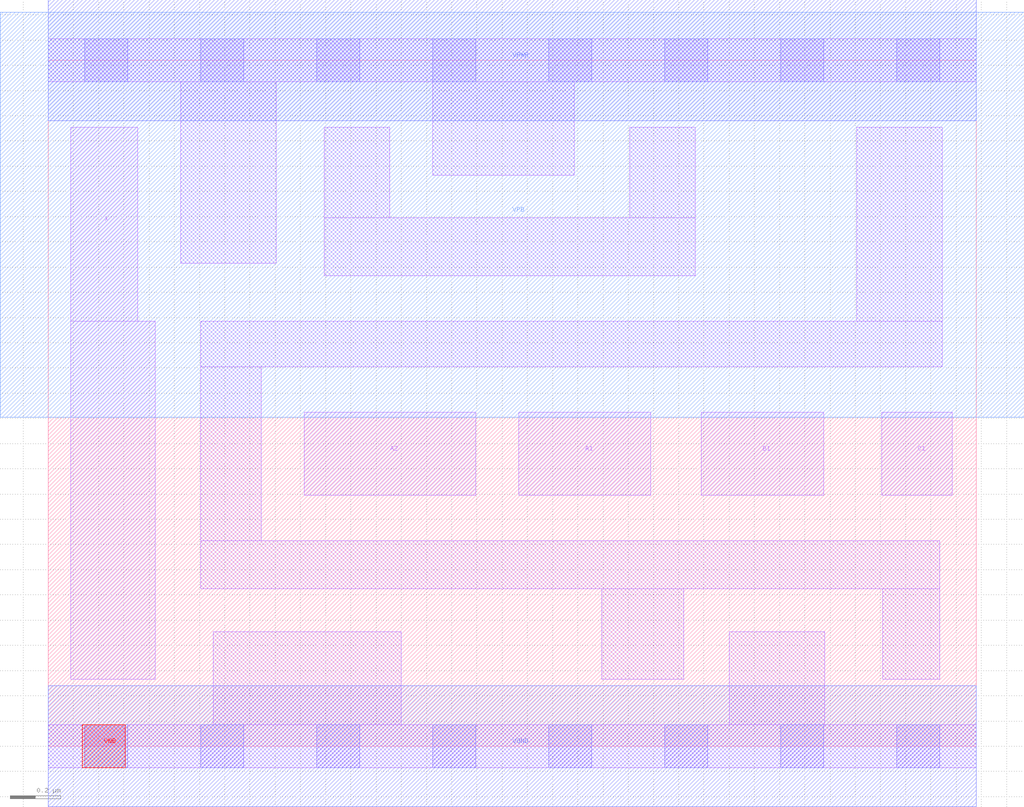
<source format=lef>
# Copyright 2020 The SkyWater PDK Authors
#
# Licensed under the Apache License, Version 2.0 (the "License");
# you may not use this file except in compliance with the License.
# You may obtain a copy of the License at
#
#     https://www.apache.org/licenses/LICENSE-2.0
#
# Unless required by applicable law or agreed to in writing, software
# distributed under the License is distributed on an "AS IS" BASIS,
# WITHOUT WARRANTIES OR CONDITIONS OF ANY KIND, either express or implied.
# See the License for the specific language governing permissions and
# limitations under the License.
#
# SPDX-License-Identifier: Apache-2.0

VERSION 5.7 ;
  NOWIREEXTENSIONATPIN ON ;
  DIVIDERCHAR "/" ;
  BUSBITCHARS "[]" ;
PROPERTYDEFINITIONS
  MACRO maskLayoutSubType STRING ;
  MACRO prCellType STRING ;
  MACRO originalViewName STRING ;
END PROPERTYDEFINITIONS
MACRO sky130_fd_sc_hdll__a211o_1
  CLASS CORE ;
  FOREIGN sky130_fd_sc_hdll__a211o_1 ;
  ORIGIN  0.000000  0.000000 ;
  SIZE  3.680000 BY  2.720000 ;
  SYMMETRY X Y R90 ;
  SITE unithd ;
  PIN A1
    ANTENNAGATEAREA  0.277500 ;
    DIRECTION INPUT ;
    USE SIGNAL ;
    PORT
      LAYER li1 ;
        RECT 1.865000 0.995000 2.390000 1.325000 ;
    END
  END A1
  PIN A2
    ANTENNAGATEAREA  0.277500 ;
    DIRECTION INPUT ;
    USE SIGNAL ;
    PORT
      LAYER li1 ;
        RECT 1.015000 0.995000 1.695000 1.325000 ;
    END
  END A2
  PIN B1
    ANTENNAGATEAREA  0.277500 ;
    DIRECTION INPUT ;
    USE SIGNAL ;
    PORT
      LAYER li1 ;
        RECT 2.590000 0.995000 3.075000 1.325000 ;
    END
  END B1
  PIN C1
    ANTENNAGATEAREA  0.277500 ;
    DIRECTION INPUT ;
    USE SIGNAL ;
    PORT
      LAYER li1 ;
        RECT 3.305000 0.995000 3.585000 1.325000 ;
    END
  END C1
  PIN X
    ANTENNADIFFAREA  0.447250 ;
    DIRECTION OUTPUT ;
    USE SIGNAL ;
    PORT
      LAYER li1 ;
        RECT 0.090000 0.265000 0.425000 1.685000 ;
        RECT 0.090000 1.685000 0.355000 2.455000 ;
    END
  END X
  PIN VGND
    DIRECTION INOUT ;
    USE GROUND ;
    PORT
      LAYER met1 ;
        RECT 0.000000 -0.240000 3.680000 0.240000 ;
    END
  END VGND
  PIN VNB
    DIRECTION INOUT ;
    USE GROUND ;
    PORT
      LAYER pwell ;
        RECT 0.135000 -0.085000 0.305000 0.085000 ;
    END
  END VNB
  PIN VPB
    DIRECTION INOUT ;
    USE POWER ;
    PORT
      LAYER nwell ;
        RECT -0.190000 1.305000 3.870000 2.910000 ;
    END
  END VPB
  PIN VPWR
    DIRECTION INOUT ;
    USE POWER ;
    PORT
      LAYER met1 ;
        RECT 0.000000 2.480000 3.680000 2.960000 ;
    END
  END VPWR
  OBS
    LAYER li1 ;
      RECT 0.000000 -0.085000 3.680000 0.085000 ;
      RECT 0.000000  2.635000 3.680000 2.805000 ;
      RECT 0.525000  1.915000 0.905000 2.635000 ;
      RECT 0.605000  0.625000 3.535000 0.815000 ;
      RECT 0.605000  0.815000 0.845000 1.505000 ;
      RECT 0.605000  1.505000 3.545000 1.685000 ;
      RECT 0.655000  0.085000 1.400000 0.455000 ;
      RECT 1.095000  1.865000 2.565000 2.095000 ;
      RECT 1.095000  2.095000 1.355000 2.455000 ;
      RECT 1.525000  2.265000 2.085000 2.635000 ;
      RECT 2.195000  0.265000 2.520000 0.625000 ;
      RECT 2.305000  2.095000 2.565000 2.455000 ;
      RECT 2.700000  0.085000 3.080000 0.455000 ;
      RECT 3.205000  1.685000 3.545000 2.455000 ;
      RECT 3.310000  0.265000 3.535000 0.625000 ;
    LAYER mcon ;
      RECT 0.145000 -0.085000 0.315000 0.085000 ;
      RECT 0.145000  2.635000 0.315000 2.805000 ;
      RECT 0.605000 -0.085000 0.775000 0.085000 ;
      RECT 0.605000  2.635000 0.775000 2.805000 ;
      RECT 1.065000 -0.085000 1.235000 0.085000 ;
      RECT 1.065000  2.635000 1.235000 2.805000 ;
      RECT 1.525000 -0.085000 1.695000 0.085000 ;
      RECT 1.525000  2.635000 1.695000 2.805000 ;
      RECT 1.985000 -0.085000 2.155000 0.085000 ;
      RECT 1.985000  2.635000 2.155000 2.805000 ;
      RECT 2.445000 -0.085000 2.615000 0.085000 ;
      RECT 2.445000  2.635000 2.615000 2.805000 ;
      RECT 2.905000 -0.085000 3.075000 0.085000 ;
      RECT 2.905000  2.635000 3.075000 2.805000 ;
      RECT 3.365000 -0.085000 3.535000 0.085000 ;
      RECT 3.365000  2.635000 3.535000 2.805000 ;
  END
  PROPERTY maskLayoutSubType "abstract" ;
  PROPERTY prCellType "standard" ;
  PROPERTY originalViewName "layout" ;
END sky130_fd_sc_hdll__a211o_1
END LIBRARY

</source>
